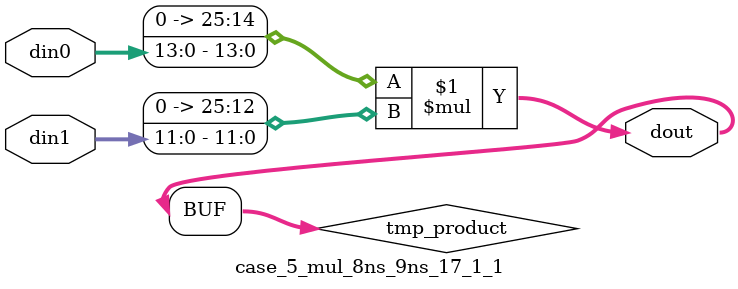
<source format=v>

`timescale 1 ns / 1 ps

 (* use_dsp = "no" *)  module case_5_mul_8ns_9ns_17_1_1(din0, din1, dout);
parameter ID = 1;
parameter NUM_STAGE = 0;
parameter din0_WIDTH = 14;
parameter din1_WIDTH = 12;
parameter dout_WIDTH = 26;

input [din0_WIDTH - 1 : 0] din0; 
input [din1_WIDTH - 1 : 0] din1; 
output [dout_WIDTH - 1 : 0] dout;

wire signed [dout_WIDTH - 1 : 0] tmp_product;
























assign tmp_product = $signed({1'b0, din0}) * $signed({1'b0, din1});











assign dout = tmp_product;





















endmodule

</source>
